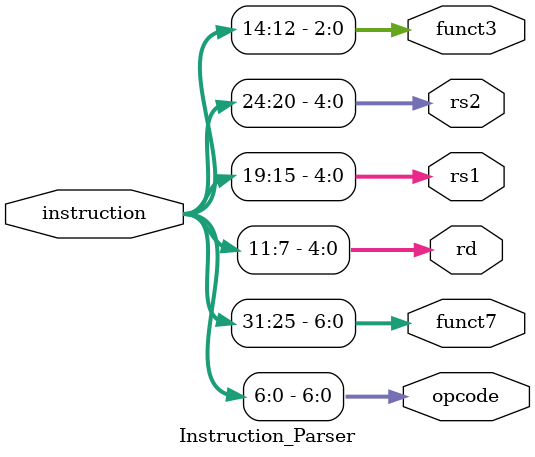
<source format=v>
module Instruction_Parser(
    input [31:0] instruction,
    output [6:0] opcode, funct7,
    output [4:0] rd , rs1 , rs2,
    output [2:0] funct3 

);

assign opcode = instruction[6:0];
assign rd = instruction[11:7];
assign funct3 = instruction[14:12];
assign rs1 = instruction[19:15];
assign rs2 = instruction[24:20];
assign funct7 = instruction[31:25];
    
    endmodule

</source>
